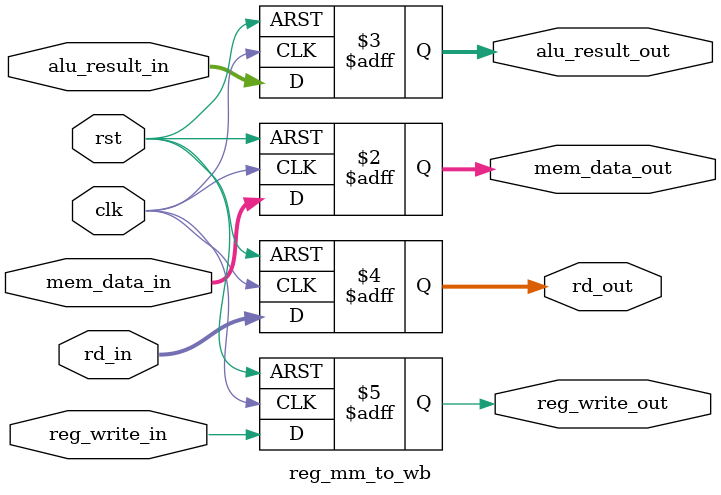
<source format=sv>
module reg_mm_to_wb #(
    parameter DATA_WIDTH = 64
)(
    input  logic                  clk,
    input  logic                  rst,
    // Inputs from MM stage
    input  logic [DATA_WIDTH-1:0] mem_data_in,
    input  logic [DATA_WIDTH-1:0] alu_result_in,
    input  logic [4:0]            rd_in,
    input  logic                  reg_write_in,
    // Outputs to WB stage
    output logic [DATA_WIDTH-1:0] mem_data_out,
    output logic [DATA_WIDTH-1:0] alu_result_out,
    output logic [4:0]            rd_out,
    output logic                  reg_write_out
);

always_ff @(posedge clk or posedge rst) begin
    if (rst) begin
        mem_data_out   <= 0;
        alu_result_out <= 0;
        rd_out         <= 0;
        reg_write_out  <= 0;
    end else begin
        mem_data_out   <= mem_data_in;
        alu_result_out <= alu_result_in;
        rd_out         <= rd_in;
        reg_write_out  <= reg_write_in;
    end
end

endmodule
</source>
